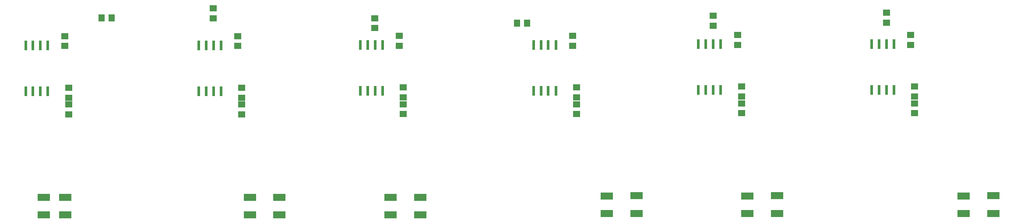
<source format=gbr>
G04 EasyPC Gerber Version 20.0.2 Build 4112 *
G04 #@! TF.Part,Single*
G04 #@! TF.FileFunction,Paste,Top *
%FSLAX35Y35*%
%MOIN*%
G04 #@! TA.AperFunction,WasherPad*
%ADD103R,0.01900X0.07400*%
G04 #@! TA.AperFunction,SMDPad*
%ADD29R,0.04518X0.05306*%
%ADD28R,0.05306X0.04518*%
%ADD74R,0.09600X0.05700*%
X0Y0D02*
D02*
D28*
X53104Y136864D03*
Y144344D03*
X56057Y84699D03*
Y92179D03*
Y97494D03*
Y104974D03*
X166195Y158124D03*
Y165604D03*
X184994Y136864D03*
Y144344D03*
X187947Y84699D03*
Y92179D03*
Y97494D03*
Y104974D03*
X289325Y150644D03*
Y158124D03*
X307927Y137061D03*
Y144541D03*
X310880Y84896D03*
Y92376D03*
Y97691D03*
Y105171D03*
X439817Y137061D03*
Y144541D03*
X442770Y84896D03*
Y92376D03*
Y97691D03*
Y105171D03*
X546904Y152415D03*
Y159896D03*
X565407Y137750D03*
Y145230D03*
X568360Y85585D03*
Y93065D03*
Y98380D03*
Y105860D03*
X678990Y154778D03*
Y162258D03*
X697297Y137750D03*
Y145230D03*
X700250Y85585D03*
Y93065D03*
Y98380D03*
Y105860D03*
D02*
D29*
X81254Y158321D03*
X88734D03*
X397593Y154187D03*
X405073D03*
D02*
D74*
X37258Y7920D03*
Y21320D03*
X53498Y7920D03*
Y21320D03*
X194148Y7920D03*
Y21320D03*
X216490Y7920D03*
Y21320D03*
X301333Y7920D03*
Y21320D03*
X323675Y7920D03*
Y21320D03*
X465900Y8904D03*
Y22304D03*
X488537Y9101D03*
Y22501D03*
X572888Y8904D03*
Y22304D03*
X595526Y9101D03*
Y22501D03*
X737455Y8904D03*
Y22304D03*
X760093Y9101D03*
Y22501D03*
D02*
D103*
X23354Y102415D03*
Y137455D03*
X28977Y102415D03*
Y137455D03*
X34600Y102415D03*
Y137455D03*
X40294Y102415D03*
Y137455D03*
X155244Y102415D03*
Y137455D03*
X160867Y102415D03*
Y137455D03*
X166490Y102415D03*
Y137455D03*
X172183Y102415D03*
Y137455D03*
X278177Y102612D03*
Y137652D03*
X283800Y102612D03*
Y137652D03*
X289423Y102612D03*
Y137652D03*
X295117Y102612D03*
Y137652D03*
X410067Y102612D03*
Y137652D03*
X415690Y102612D03*
Y137652D03*
X421313Y102612D03*
Y137652D03*
X427006Y102612D03*
Y137652D03*
X535657Y103301D03*
Y138341D03*
X541280Y103301D03*
Y138341D03*
X546904Y103301D03*
Y138341D03*
X552597Y103301D03*
Y138341D03*
X667547Y103301D03*
Y138341D03*
X673170Y103301D03*
Y138341D03*
X678793Y103301D03*
Y138341D03*
X684487Y103301D03*
Y138341D03*
X0Y0D02*
M02*

</source>
